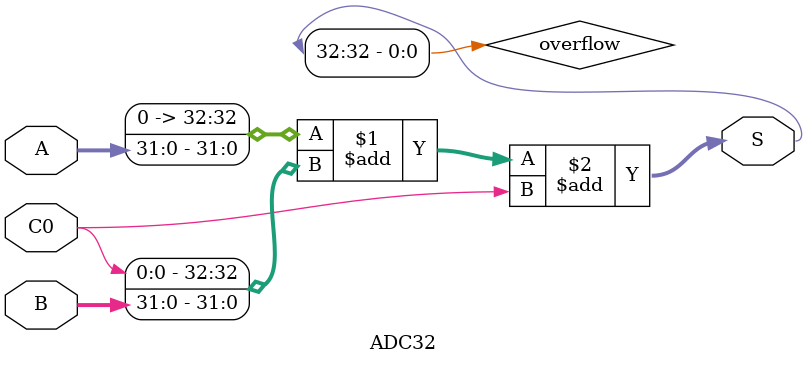
<source format=v>
`timescale 1ns / 1ps
module ADC32(input [31:0] A, 
				 input [31:0] B, 
				 input C0,
				 output [32:0] S
				  );
				  
	assign S = {1'b0,A} + {C0,B} + C0;
	assign overflow=S[32];

endmodule

</source>
